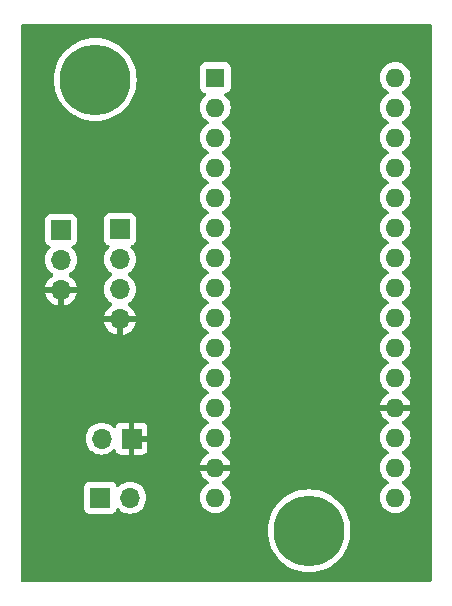
<source format=gbl>
%TF.GenerationSoftware,KiCad,Pcbnew,8.0.2*%
%TF.CreationDate,2025-03-14T14:52:26-04:00*%
%TF.ProjectId,SeniorDesignPCB,53656e69-6f72-4446-9573-69676e504342,rev?*%
%TF.SameCoordinates,Original*%
%TF.FileFunction,Copper,L2,Bot*%
%TF.FilePolarity,Positive*%
%FSLAX46Y46*%
G04 Gerber Fmt 4.6, Leading zero omitted, Abs format (unit mm)*
G04 Created by KiCad (PCBNEW 8.0.2) date 2025-03-14 14:52:26*
%MOMM*%
%LPD*%
G01*
G04 APERTURE LIST*
%TA.AperFunction,ComponentPad*%
%ADD10C,6.000000*%
%TD*%
%TA.AperFunction,ComponentPad*%
%ADD11R,1.700000X1.700000*%
%TD*%
%TA.AperFunction,ComponentPad*%
%ADD12O,1.700000X1.700000*%
%TD*%
%TA.AperFunction,ComponentPad*%
%ADD13R,1.600000X1.600000*%
%TD*%
%TA.AperFunction,ComponentPad*%
%ADD14O,1.600000X1.600000*%
%TD*%
G04 APERTURE END LIST*
D10*
%TO.P,,1*%
%TO.N,N/C*%
X67100000Y-82100000D03*
%TD*%
%TO.P,REF\u002A\u002A,1*%
%TO.N,N/C*%
X49000000Y-43900000D03*
%TD*%
D11*
%TO.P,J1,1,Pin_1*%
%TO.N,GND*%
X52075000Y-74300000D03*
D12*
%TO.P,J1,2,Pin_2*%
%TO.N,Net-(J1-Pin_2)*%
X49535000Y-74300000D03*
%TD*%
D11*
%TO.P,J2,1,Pin_1*%
%TO.N,+3.3V*%
X51100000Y-56580000D03*
D12*
%TO.P,J2,2,Pin_2*%
%TO.N,SDA*%
X51100000Y-59120000D03*
%TO.P,J2,3,Pin_3*%
%TO.N,SCL*%
X51100000Y-61660000D03*
%TO.P,J2,4,Pin_4*%
%TO.N,GND*%
X51100000Y-64200000D03*
%TD*%
D13*
%TO.P,U1,1,D13*%
%TO.N,unconnected-(U1-D13-Pad1)*%
X59160000Y-43740000D03*
D14*
%TO.P,U1,2,+3V3*%
%TO.N,+3.3V*%
X59160000Y-46280000D03*
%TO.P,U1,3,B0*%
%TO.N,unconnected-(U1-B0-Pad3)*%
X59160000Y-48820000D03*
%TO.P,U1,4,A0*%
%TO.N,unconnected-(U1-A0-Pad4)*%
X59160000Y-51360000D03*
%TO.P,U1,5,A1*%
%TO.N,unconnected-(U1-A1-Pad5)*%
X59160000Y-53900000D03*
%TO.P,U1,6,A2*%
%TO.N,unconnected-(U1-A2-Pad6)*%
X59160000Y-56440000D03*
%TO.P,U1,7,A3*%
%TO.N,unconnected-(U1-A3-Pad7)*%
X59160000Y-58980000D03*
%TO.P,U1,8,A4*%
%TO.N,SDA*%
X59160000Y-61520000D03*
%TO.P,U1,9,A5*%
%TO.N,SCL*%
X59160000Y-64060000D03*
%TO.P,U1,10,A6*%
%TO.N,Hall*%
X59160000Y-66600000D03*
%TO.P,U1,11,A7*%
%TO.N,unconnected-(U1-A7-Pad11)*%
X59160000Y-69140000D03*
%TO.P,U1,12,VUSB*%
%TO.N,unconnected-(U1-VUSB-Pad12)*%
X59160000Y-71680000D03*
%TO.P,U1,13,B1*%
%TO.N,unconnected-(U1-B1-Pad13)*%
X59160000Y-74220000D03*
%TO.P,U1,14,GND*%
%TO.N,GND*%
X59160000Y-76760000D03*
%TO.P,U1,15,VIN*%
%TO.N,+9V*%
X59160000Y-79300000D03*
%TO.P,U1,16,D1*%
%TO.N,unconnected-(U1-D1-Pad16)*%
X74400000Y-79300000D03*
%TO.P,U1,17,D0*%
%TO.N,unconnected-(U1-D0-Pad17)*%
X74400000Y-76760000D03*
%TO.P,U1,18,~{RESET}*%
%TO.N,unconnected-(U1-~{RESET}-Pad18)*%
X74400000Y-74220000D03*
%TO.P,U1,19,GND__1*%
%TO.N,GND*%
X74400000Y-71680000D03*
%TO.P,U1,20,D2*%
%TO.N,unconnected-(U1-D2-Pad20)*%
X74400000Y-69140000D03*
%TO.P,U1,21,D3*%
%TO.N,unconnected-(U1-D3-Pad21)*%
X74400000Y-66600000D03*
%TO.P,U1,22,D4*%
%TO.N,unconnected-(U1-D4-Pad22)*%
X74400000Y-64060000D03*
%TO.P,U1,23,D5*%
%TO.N,unconnected-(U1-D5-Pad23)*%
X74400000Y-61520000D03*
%TO.P,U1,24,D6*%
%TO.N,unconnected-(U1-D6-Pad24)*%
X74400000Y-58980000D03*
%TO.P,U1,25,D7*%
%TO.N,unconnected-(U1-D7-Pad25)*%
X74400000Y-56440000D03*
%TO.P,U1,26,D8*%
%TO.N,unconnected-(U1-D8-Pad26)*%
X74400000Y-53900000D03*
%TO.P,U1,27,D9*%
%TO.N,unconnected-(U1-D9-Pad27)*%
X74400000Y-51360000D03*
%TO.P,U1,28,D10*%
%TO.N,unconnected-(U1-D10-Pad28)*%
X74400000Y-48820000D03*
%TO.P,U1,29,D11*%
%TO.N,unconnected-(U1-D11-Pad29)*%
X74400000Y-46280000D03*
%TO.P,U1,30,D12*%
%TO.N,unconnected-(U1-D12-Pad30)*%
X74400000Y-43740000D03*
%TD*%
D11*
%TO.P,J4,1,Pin_1*%
%TO.N,Net-(J1-Pin_2)*%
X49425000Y-79300000D03*
D12*
%TO.P,J4,2,Pin_2*%
%TO.N,+9V*%
X51965000Y-79300000D03*
%TD*%
D11*
%TO.P,J3,1,Pin_1*%
%TO.N,+3.3V*%
X46100000Y-56620000D03*
D12*
%TO.P,J3,2,Pin_2*%
%TO.N,Hall*%
X46100000Y-59160000D03*
%TO.P,J3,3,Pin_3*%
%TO.N,GND*%
X46100000Y-61700000D03*
%TD*%
%TA.AperFunction,Conductor*%
%TO.N,GND*%
G36*
X77442539Y-39220185D02*
G01*
X77488294Y-39272989D01*
X77499500Y-39324500D01*
X77499500Y-86275500D01*
X77479815Y-86342539D01*
X77427011Y-86388294D01*
X77375500Y-86399500D01*
X42824500Y-86399500D01*
X42757461Y-86379815D01*
X42711706Y-86327011D01*
X42700500Y-86275500D01*
X42700500Y-82099999D01*
X63594696Y-82099999D01*
X63594696Y-82100000D01*
X63613898Y-82466405D01*
X63671294Y-82828788D01*
X63671294Y-82828790D01*
X63766260Y-83183206D01*
X63897746Y-83525739D01*
X64064320Y-83852656D01*
X64264147Y-84160364D01*
X64264149Y-84160366D01*
X64495051Y-84445506D01*
X64754494Y-84704949D01*
X64754498Y-84704952D01*
X65039635Y-84935852D01*
X65347343Y-85135679D01*
X65347348Y-85135682D01*
X65674264Y-85302255D01*
X66016801Y-85433742D01*
X66371206Y-85528705D01*
X66733596Y-85586102D01*
X67079734Y-85604241D01*
X67099999Y-85605304D01*
X67100000Y-85605304D01*
X67100001Y-85605304D01*
X67119203Y-85604297D01*
X67466404Y-85586102D01*
X67828794Y-85528705D01*
X68183199Y-85433742D01*
X68525736Y-85302255D01*
X68852652Y-85135682D01*
X69160366Y-84935851D01*
X69445506Y-84704949D01*
X69704949Y-84445506D01*
X69935851Y-84160366D01*
X70135682Y-83852652D01*
X70302255Y-83525736D01*
X70433742Y-83183199D01*
X70528705Y-82828794D01*
X70586102Y-82466404D01*
X70605304Y-82100000D01*
X70586102Y-81733596D01*
X70528705Y-81371206D01*
X70433742Y-81016801D01*
X70302255Y-80674264D01*
X70135682Y-80347348D01*
X70129932Y-80338493D01*
X69935852Y-80039635D01*
X69704952Y-79754498D01*
X69704949Y-79754494D01*
X69445506Y-79495051D01*
X69413010Y-79468736D01*
X69160364Y-79264147D01*
X68852656Y-79064320D01*
X68525739Y-78897746D01*
X68183206Y-78766260D01*
X68183199Y-78766258D01*
X67828794Y-78671295D01*
X67828790Y-78671294D01*
X67828789Y-78671294D01*
X67466405Y-78613898D01*
X67100001Y-78594696D01*
X67099999Y-78594696D01*
X66733594Y-78613898D01*
X66371211Y-78671294D01*
X66371209Y-78671294D01*
X66016793Y-78766260D01*
X65674260Y-78897746D01*
X65347343Y-79064320D01*
X65039635Y-79264147D01*
X64754498Y-79495047D01*
X64754490Y-79495054D01*
X64495054Y-79754490D01*
X64495047Y-79754498D01*
X64264147Y-80039635D01*
X64064320Y-80347343D01*
X63897746Y-80674260D01*
X63766260Y-81016793D01*
X63671294Y-81371209D01*
X63671294Y-81371211D01*
X63613898Y-81733594D01*
X63594696Y-82099999D01*
X42700500Y-82099999D01*
X42700500Y-78402135D01*
X48074500Y-78402135D01*
X48074500Y-80197870D01*
X48074501Y-80197876D01*
X48080908Y-80257483D01*
X48131202Y-80392328D01*
X48131206Y-80392335D01*
X48217452Y-80507544D01*
X48217455Y-80507547D01*
X48332664Y-80593793D01*
X48332671Y-80593797D01*
X48467517Y-80644091D01*
X48467516Y-80644091D01*
X48474444Y-80644835D01*
X48527127Y-80650500D01*
X50322872Y-80650499D01*
X50382483Y-80644091D01*
X50517331Y-80593796D01*
X50632546Y-80507546D01*
X50718796Y-80392331D01*
X50767810Y-80260916D01*
X50809681Y-80204984D01*
X50875145Y-80180566D01*
X50943418Y-80195417D01*
X50971673Y-80216569D01*
X51093599Y-80338495D01*
X51190384Y-80406265D01*
X51287165Y-80474032D01*
X51287167Y-80474033D01*
X51287170Y-80474035D01*
X51501337Y-80573903D01*
X51729592Y-80635063D01*
X51906034Y-80650500D01*
X51964999Y-80655659D01*
X51965000Y-80655659D01*
X51965001Y-80655659D01*
X52023966Y-80650500D01*
X52200408Y-80635063D01*
X52428663Y-80573903D01*
X52642830Y-80474035D01*
X52836401Y-80338495D01*
X53003495Y-80171401D01*
X53139035Y-79977830D01*
X53238903Y-79763663D01*
X53300063Y-79535408D01*
X53320659Y-79300000D01*
X53300063Y-79064592D01*
X53238903Y-78836337D01*
X53139035Y-78622171D01*
X53133243Y-78613898D01*
X53003494Y-78428597D01*
X52836402Y-78261506D01*
X52836395Y-78261501D01*
X52642834Y-78125967D01*
X52642830Y-78125965D01*
X52642828Y-78125964D01*
X52428663Y-78026097D01*
X52428659Y-78026096D01*
X52428655Y-78026094D01*
X52200413Y-77964938D01*
X52200403Y-77964936D01*
X51965001Y-77944341D01*
X51964999Y-77944341D01*
X51729596Y-77964936D01*
X51729586Y-77964938D01*
X51501344Y-78026094D01*
X51501335Y-78026098D01*
X51287171Y-78125964D01*
X51287169Y-78125965D01*
X51093600Y-78261503D01*
X50971673Y-78383430D01*
X50910350Y-78416914D01*
X50840658Y-78411930D01*
X50784725Y-78370058D01*
X50767810Y-78339081D01*
X50718797Y-78207671D01*
X50718793Y-78207664D01*
X50632547Y-78092455D01*
X50632544Y-78092452D01*
X50517335Y-78006206D01*
X50517328Y-78006202D01*
X50382482Y-77955908D01*
X50382483Y-77955908D01*
X50322883Y-77949501D01*
X50322881Y-77949500D01*
X50322873Y-77949500D01*
X50322864Y-77949500D01*
X48527129Y-77949500D01*
X48527123Y-77949501D01*
X48467516Y-77955908D01*
X48332671Y-78006202D01*
X48332664Y-78006206D01*
X48217455Y-78092452D01*
X48217452Y-78092455D01*
X48131206Y-78207664D01*
X48131202Y-78207671D01*
X48080908Y-78342517D01*
X48074501Y-78402116D01*
X48074500Y-78402135D01*
X42700500Y-78402135D01*
X42700500Y-74299999D01*
X48179341Y-74299999D01*
X48179341Y-74300000D01*
X48199936Y-74535403D01*
X48199938Y-74535413D01*
X48261094Y-74763655D01*
X48261096Y-74763659D01*
X48261097Y-74763663D01*
X48311957Y-74872732D01*
X48360965Y-74977830D01*
X48360967Y-74977834D01*
X48469281Y-75132521D01*
X48496505Y-75171401D01*
X48663599Y-75338495D01*
X48719864Y-75377892D01*
X48857165Y-75474032D01*
X48857167Y-75474033D01*
X48857170Y-75474035D01*
X49071337Y-75573903D01*
X49299592Y-75635063D01*
X49470319Y-75650000D01*
X49534999Y-75655659D01*
X49535000Y-75655659D01*
X49535001Y-75655659D01*
X49599681Y-75650000D01*
X49770408Y-75635063D01*
X49998663Y-75573903D01*
X50212830Y-75474035D01*
X50406401Y-75338495D01*
X50528717Y-75216178D01*
X50590036Y-75182696D01*
X50659728Y-75187680D01*
X50715662Y-75229551D01*
X50732577Y-75260528D01*
X50781646Y-75392088D01*
X50781649Y-75392093D01*
X50867809Y-75507187D01*
X50867812Y-75507190D01*
X50982906Y-75593350D01*
X50982913Y-75593354D01*
X51117620Y-75643596D01*
X51117627Y-75643598D01*
X51177155Y-75649999D01*
X51177172Y-75650000D01*
X51825000Y-75650000D01*
X51825000Y-74733012D01*
X51882007Y-74765925D01*
X52009174Y-74800000D01*
X52140826Y-74800000D01*
X52267993Y-74765925D01*
X52325000Y-74733012D01*
X52325000Y-75650000D01*
X52972828Y-75650000D01*
X52972844Y-75649999D01*
X53032372Y-75643598D01*
X53032379Y-75643596D01*
X53167086Y-75593354D01*
X53167093Y-75593350D01*
X53282187Y-75507190D01*
X53282190Y-75507187D01*
X53368350Y-75392093D01*
X53368354Y-75392086D01*
X53418596Y-75257379D01*
X53418598Y-75257372D01*
X53424999Y-75197844D01*
X53425000Y-75197827D01*
X53425000Y-74550000D01*
X52508012Y-74550000D01*
X52540925Y-74492993D01*
X52575000Y-74365826D01*
X52575000Y-74234174D01*
X52540925Y-74107007D01*
X52508012Y-74050000D01*
X53425000Y-74050000D01*
X53425000Y-73402172D01*
X53424999Y-73402155D01*
X53418598Y-73342627D01*
X53418596Y-73342620D01*
X53368354Y-73207913D01*
X53368350Y-73207906D01*
X53282190Y-73092812D01*
X53282187Y-73092809D01*
X53167093Y-73006649D01*
X53167086Y-73006645D01*
X53032379Y-72956403D01*
X53032372Y-72956401D01*
X52972844Y-72950000D01*
X52325000Y-72950000D01*
X52325000Y-73866988D01*
X52267993Y-73834075D01*
X52140826Y-73800000D01*
X52009174Y-73800000D01*
X51882007Y-73834075D01*
X51825000Y-73866988D01*
X51825000Y-72950000D01*
X51177155Y-72950000D01*
X51117627Y-72956401D01*
X51117620Y-72956403D01*
X50982913Y-73006645D01*
X50982906Y-73006649D01*
X50867812Y-73092809D01*
X50867809Y-73092812D01*
X50781649Y-73207906D01*
X50781645Y-73207913D01*
X50732578Y-73339470D01*
X50690707Y-73395404D01*
X50625242Y-73419821D01*
X50556969Y-73404969D01*
X50528715Y-73383819D01*
X50484366Y-73339470D01*
X50406401Y-73261505D01*
X50406397Y-73261502D01*
X50406396Y-73261501D01*
X50212834Y-73125967D01*
X50212830Y-73125965D01*
X50134485Y-73089432D01*
X49998663Y-73026097D01*
X49998659Y-73026096D01*
X49998655Y-73026094D01*
X49770413Y-72964938D01*
X49770403Y-72964936D01*
X49535001Y-72944341D01*
X49534999Y-72944341D01*
X49299596Y-72964936D01*
X49299586Y-72964938D01*
X49071344Y-73026094D01*
X49071335Y-73026098D01*
X48857171Y-73125964D01*
X48857169Y-73125965D01*
X48663597Y-73261505D01*
X48496505Y-73428597D01*
X48360965Y-73622169D01*
X48360964Y-73622171D01*
X48261098Y-73836335D01*
X48261094Y-73836344D01*
X48199938Y-74064586D01*
X48199936Y-74064596D01*
X48179341Y-74299999D01*
X42700500Y-74299999D01*
X42700500Y-59159999D01*
X44744341Y-59159999D01*
X44744341Y-59160000D01*
X44764936Y-59395403D01*
X44764938Y-59395413D01*
X44826094Y-59623655D01*
X44826096Y-59623659D01*
X44826097Y-59623663D01*
X44830326Y-59632732D01*
X44925965Y-59837830D01*
X44925967Y-59837834D01*
X45061501Y-60031395D01*
X45061506Y-60031402D01*
X45228597Y-60198493D01*
X45228603Y-60198498D01*
X45300752Y-60249017D01*
X45396713Y-60316210D01*
X45414594Y-60328730D01*
X45458219Y-60383307D01*
X45465413Y-60452805D01*
X45433890Y-60515160D01*
X45414595Y-60531880D01*
X45228922Y-60661890D01*
X45228920Y-60661891D01*
X45061891Y-60828920D01*
X45061886Y-60828926D01*
X44926400Y-61022420D01*
X44926399Y-61022422D01*
X44826570Y-61236507D01*
X44826567Y-61236513D01*
X44769364Y-61449999D01*
X44769364Y-61450000D01*
X45666988Y-61450000D01*
X45634075Y-61507007D01*
X45600000Y-61634174D01*
X45600000Y-61765826D01*
X45634075Y-61892993D01*
X45666988Y-61950000D01*
X44769364Y-61950000D01*
X44826567Y-62163486D01*
X44826570Y-62163492D01*
X44926399Y-62377578D01*
X45061894Y-62571082D01*
X45228917Y-62738105D01*
X45422421Y-62873600D01*
X45636507Y-62973429D01*
X45636516Y-62973433D01*
X45850000Y-63030634D01*
X45850000Y-62133012D01*
X45907007Y-62165925D01*
X46034174Y-62200000D01*
X46165826Y-62200000D01*
X46292993Y-62165925D01*
X46350000Y-62133012D01*
X46350000Y-63030633D01*
X46563483Y-62973433D01*
X46563492Y-62973429D01*
X46777578Y-62873600D01*
X46971082Y-62738105D01*
X47138105Y-62571082D01*
X47273600Y-62377578D01*
X47373429Y-62163492D01*
X47373432Y-62163486D01*
X47430636Y-61950000D01*
X46533012Y-61950000D01*
X46565925Y-61892993D01*
X46600000Y-61765826D01*
X46600000Y-61634174D01*
X46565925Y-61507007D01*
X46533012Y-61450000D01*
X47430636Y-61450000D01*
X47430635Y-61449999D01*
X47373432Y-61236513D01*
X47373429Y-61236507D01*
X47273600Y-61022422D01*
X47273599Y-61022420D01*
X47138113Y-60828926D01*
X47138108Y-60828920D01*
X46971078Y-60661890D01*
X46785405Y-60531879D01*
X46741780Y-60477302D01*
X46734588Y-60407804D01*
X46766110Y-60345449D01*
X46785406Y-60328730D01*
X46800923Y-60317865D01*
X46971401Y-60198495D01*
X47138495Y-60031401D01*
X47274035Y-59837830D01*
X47373903Y-59623663D01*
X47435063Y-59395408D01*
X47455659Y-59160000D01*
X47452159Y-59119999D01*
X49744341Y-59119999D01*
X49744341Y-59120000D01*
X49764936Y-59355403D01*
X49764938Y-59355413D01*
X49826094Y-59583655D01*
X49826096Y-59583659D01*
X49826097Y-59583663D01*
X49925965Y-59797830D01*
X49925967Y-59797834D01*
X49953973Y-59837830D01*
X50053553Y-59980045D01*
X50061501Y-59991395D01*
X50061506Y-59991402D01*
X50228597Y-60158493D01*
X50228603Y-60158498D01*
X50414158Y-60288425D01*
X50457783Y-60343002D01*
X50464977Y-60412500D01*
X50433454Y-60474855D01*
X50414158Y-60491575D01*
X50228597Y-60621505D01*
X50061505Y-60788597D01*
X49925965Y-60982169D01*
X49925964Y-60982171D01*
X49826098Y-61196335D01*
X49826094Y-61196344D01*
X49764938Y-61424586D01*
X49764936Y-61424596D01*
X49744341Y-61659999D01*
X49744341Y-61660000D01*
X49764936Y-61895403D01*
X49764938Y-61895413D01*
X49826094Y-62123655D01*
X49826096Y-62123659D01*
X49826097Y-62123663D01*
X49861694Y-62200000D01*
X49925965Y-62337830D01*
X49925967Y-62337834D01*
X50034281Y-62492521D01*
X50053553Y-62520045D01*
X50061501Y-62531395D01*
X50061506Y-62531402D01*
X50228597Y-62698493D01*
X50228603Y-62698498D01*
X50414594Y-62828730D01*
X50458219Y-62883307D01*
X50465413Y-62952805D01*
X50433890Y-63015160D01*
X50414595Y-63031880D01*
X50228922Y-63161890D01*
X50228920Y-63161891D01*
X50061891Y-63328920D01*
X50061886Y-63328926D01*
X49926400Y-63522420D01*
X49926399Y-63522422D01*
X49826570Y-63736507D01*
X49826567Y-63736513D01*
X49769364Y-63949999D01*
X49769364Y-63950000D01*
X50666988Y-63950000D01*
X50634075Y-64007007D01*
X50600000Y-64134174D01*
X50600000Y-64265826D01*
X50634075Y-64392993D01*
X50666988Y-64450000D01*
X49769364Y-64450000D01*
X49826567Y-64663486D01*
X49826570Y-64663492D01*
X49926399Y-64877578D01*
X50061894Y-65071082D01*
X50228917Y-65238105D01*
X50422421Y-65373600D01*
X50636507Y-65473429D01*
X50636516Y-65473433D01*
X50850000Y-65530634D01*
X50850000Y-64633012D01*
X50907007Y-64665925D01*
X51034174Y-64700000D01*
X51165826Y-64700000D01*
X51292993Y-64665925D01*
X51350000Y-64633012D01*
X51350000Y-65530633D01*
X51563483Y-65473433D01*
X51563492Y-65473429D01*
X51777578Y-65373600D01*
X51971082Y-65238105D01*
X52138105Y-65071082D01*
X52273600Y-64877578D01*
X52373429Y-64663492D01*
X52373432Y-64663486D01*
X52430636Y-64450000D01*
X51533012Y-64450000D01*
X51565925Y-64392993D01*
X51600000Y-64265826D01*
X51600000Y-64134174D01*
X51565925Y-64007007D01*
X51533012Y-63950000D01*
X52430636Y-63950000D01*
X52430635Y-63949999D01*
X52373432Y-63736513D01*
X52373429Y-63736507D01*
X52273600Y-63522422D01*
X52273599Y-63522420D01*
X52138113Y-63328926D01*
X52138108Y-63328920D01*
X51971078Y-63161890D01*
X51785405Y-63031879D01*
X51741780Y-62977302D01*
X51734588Y-62907804D01*
X51766110Y-62845449D01*
X51785406Y-62828730D01*
X51914832Y-62738105D01*
X51971401Y-62698495D01*
X52138495Y-62531401D01*
X52274035Y-62337830D01*
X52373903Y-62123663D01*
X52435063Y-61895408D01*
X52455659Y-61660000D01*
X52453399Y-61634174D01*
X52443410Y-61519998D01*
X52435063Y-61424592D01*
X52384015Y-61234075D01*
X52373905Y-61196344D01*
X52373904Y-61196343D01*
X52373903Y-61196337D01*
X52274035Y-60982171D01*
X52193578Y-60867265D01*
X52138494Y-60788597D01*
X51971402Y-60621506D01*
X51971396Y-60621501D01*
X51785842Y-60491575D01*
X51742217Y-60436998D01*
X51735023Y-60367500D01*
X51766546Y-60305145D01*
X51785842Y-60288425D01*
X51902501Y-60206739D01*
X51971401Y-60158495D01*
X52138495Y-59991401D01*
X52274035Y-59797830D01*
X52373903Y-59583663D01*
X52435063Y-59355408D01*
X52455659Y-59120000D01*
X52435063Y-58884592D01*
X52373903Y-58656337D01*
X52274035Y-58442171D01*
X52193577Y-58327265D01*
X52138496Y-58248600D01*
X52138495Y-58248599D01*
X52016567Y-58126671D01*
X51983084Y-58065351D01*
X51988068Y-57995659D01*
X52029939Y-57939725D01*
X52060915Y-57922810D01*
X52192331Y-57873796D01*
X52307546Y-57787546D01*
X52393796Y-57672331D01*
X52444091Y-57537483D01*
X52450500Y-57477873D01*
X52450499Y-55682128D01*
X52444091Y-55622517D01*
X52393796Y-55487669D01*
X52393795Y-55487668D01*
X52393793Y-55487664D01*
X52307547Y-55372455D01*
X52307544Y-55372452D01*
X52192335Y-55286206D01*
X52192328Y-55286202D01*
X52057482Y-55235908D01*
X52057483Y-55235908D01*
X51997883Y-55229501D01*
X51997881Y-55229500D01*
X51997873Y-55229500D01*
X51997864Y-55229500D01*
X50202129Y-55229500D01*
X50202123Y-55229501D01*
X50142516Y-55235908D01*
X50007671Y-55286202D01*
X50007664Y-55286206D01*
X49892455Y-55372452D01*
X49892452Y-55372455D01*
X49806206Y-55487664D01*
X49806202Y-55487671D01*
X49755908Y-55622517D01*
X49751608Y-55662516D01*
X49749501Y-55682123D01*
X49749500Y-55682135D01*
X49749500Y-57477870D01*
X49749501Y-57477876D01*
X49755908Y-57537483D01*
X49806202Y-57672328D01*
X49806206Y-57672335D01*
X49892452Y-57787544D01*
X49892455Y-57787547D01*
X50007664Y-57873793D01*
X50007671Y-57873797D01*
X50139081Y-57922810D01*
X50195015Y-57964681D01*
X50219432Y-58030145D01*
X50204580Y-58098418D01*
X50183430Y-58126673D01*
X50061503Y-58248600D01*
X49925965Y-58442169D01*
X49925964Y-58442171D01*
X49826098Y-58656335D01*
X49826094Y-58656344D01*
X49764938Y-58884586D01*
X49764936Y-58884596D01*
X49744341Y-59119999D01*
X47452159Y-59119999D01*
X47435063Y-58924592D01*
X47373903Y-58696337D01*
X47274035Y-58482171D01*
X47246025Y-58442169D01*
X47138496Y-58288600D01*
X47098495Y-58248599D01*
X47016567Y-58166671D01*
X46983084Y-58105351D01*
X46988068Y-58035659D01*
X47029939Y-57979725D01*
X47060915Y-57962810D01*
X47192331Y-57913796D01*
X47307546Y-57827546D01*
X47393796Y-57712331D01*
X47444091Y-57577483D01*
X47450500Y-57517873D01*
X47450499Y-55722128D01*
X47444091Y-55662517D01*
X47393796Y-55527669D01*
X47393795Y-55527668D01*
X47393793Y-55527664D01*
X47307547Y-55412455D01*
X47307544Y-55412452D01*
X47192335Y-55326206D01*
X47192328Y-55326202D01*
X47057482Y-55275908D01*
X47057483Y-55275908D01*
X46997883Y-55269501D01*
X46997881Y-55269500D01*
X46997873Y-55269500D01*
X46997864Y-55269500D01*
X45202129Y-55269500D01*
X45202123Y-55269501D01*
X45142516Y-55275908D01*
X45007671Y-55326202D01*
X45007664Y-55326206D01*
X44892455Y-55412452D01*
X44892452Y-55412455D01*
X44806206Y-55527664D01*
X44806202Y-55527671D01*
X44755908Y-55662517D01*
X44749501Y-55722116D01*
X44749501Y-55722123D01*
X44749500Y-55722135D01*
X44749500Y-57517870D01*
X44749501Y-57517876D01*
X44755908Y-57577483D01*
X44806202Y-57712328D01*
X44806206Y-57712335D01*
X44892452Y-57827544D01*
X44892455Y-57827547D01*
X45007664Y-57913793D01*
X45007671Y-57913797D01*
X45139081Y-57962810D01*
X45195015Y-58004681D01*
X45219432Y-58070145D01*
X45204580Y-58138418D01*
X45183430Y-58166673D01*
X45061503Y-58288600D01*
X44925965Y-58482169D01*
X44925964Y-58482171D01*
X44826098Y-58696335D01*
X44826094Y-58696344D01*
X44764938Y-58924586D01*
X44764936Y-58924596D01*
X44744341Y-59159999D01*
X42700500Y-59159999D01*
X42700500Y-43900000D01*
X45494696Y-43900000D01*
X45513898Y-44266404D01*
X45571295Y-44628794D01*
X45636078Y-44870568D01*
X45666260Y-44983206D01*
X45797746Y-45325739D01*
X45964320Y-45652656D01*
X46164147Y-45960364D01*
X46164149Y-45960366D01*
X46395051Y-46245506D01*
X46654494Y-46504949D01*
X46656653Y-46506697D01*
X46939635Y-46735852D01*
X47242805Y-46932732D01*
X47247348Y-46935682D01*
X47574264Y-47102255D01*
X47916801Y-47233742D01*
X48271206Y-47328705D01*
X48633596Y-47386102D01*
X48979734Y-47404241D01*
X48999999Y-47405304D01*
X49000000Y-47405304D01*
X49000001Y-47405304D01*
X49019203Y-47404297D01*
X49366404Y-47386102D01*
X49728794Y-47328705D01*
X50083199Y-47233742D01*
X50425736Y-47102255D01*
X50752652Y-46935682D01*
X51060366Y-46735851D01*
X51345506Y-46504949D01*
X51570457Y-46279998D01*
X57854532Y-46279998D01*
X57854532Y-46280001D01*
X57874364Y-46506686D01*
X57874366Y-46506697D01*
X57933258Y-46726488D01*
X57933261Y-46726497D01*
X58029431Y-46932732D01*
X58029432Y-46932734D01*
X58159954Y-47119141D01*
X58320858Y-47280045D01*
X58320861Y-47280047D01*
X58507266Y-47410568D01*
X58565275Y-47437618D01*
X58617714Y-47483791D01*
X58636866Y-47550984D01*
X58616650Y-47617865D01*
X58565275Y-47662382D01*
X58507267Y-47689431D01*
X58507265Y-47689432D01*
X58320858Y-47819954D01*
X58159954Y-47980858D01*
X58029432Y-48167265D01*
X58029431Y-48167267D01*
X57933261Y-48373502D01*
X57933258Y-48373511D01*
X57874366Y-48593302D01*
X57874364Y-48593313D01*
X57854532Y-48819998D01*
X57854532Y-48820001D01*
X57874364Y-49046686D01*
X57874366Y-49046697D01*
X57933258Y-49266488D01*
X57933261Y-49266497D01*
X58029431Y-49472732D01*
X58029432Y-49472734D01*
X58159954Y-49659141D01*
X58320858Y-49820045D01*
X58320861Y-49820047D01*
X58507266Y-49950568D01*
X58565275Y-49977618D01*
X58617714Y-50023791D01*
X58636866Y-50090984D01*
X58616650Y-50157865D01*
X58565275Y-50202382D01*
X58507267Y-50229431D01*
X58507265Y-50229432D01*
X58320858Y-50359954D01*
X58159954Y-50520858D01*
X58029432Y-50707265D01*
X58029431Y-50707267D01*
X57933261Y-50913502D01*
X57933258Y-50913511D01*
X57874366Y-51133302D01*
X57874364Y-51133313D01*
X57854532Y-51359998D01*
X57854532Y-51360001D01*
X57874364Y-51586686D01*
X57874366Y-51586697D01*
X57933258Y-51806488D01*
X57933261Y-51806497D01*
X58029431Y-52012732D01*
X58029432Y-52012734D01*
X58159954Y-52199141D01*
X58320858Y-52360045D01*
X58320861Y-52360047D01*
X58507266Y-52490568D01*
X58565275Y-52517618D01*
X58617714Y-52563791D01*
X58636866Y-52630984D01*
X58616650Y-52697865D01*
X58565275Y-52742382D01*
X58507267Y-52769431D01*
X58507265Y-52769432D01*
X58320858Y-52899954D01*
X58159954Y-53060858D01*
X58029432Y-53247265D01*
X58029431Y-53247267D01*
X57933261Y-53453502D01*
X57933258Y-53453511D01*
X57874366Y-53673302D01*
X57874364Y-53673313D01*
X57854532Y-53899998D01*
X57854532Y-53900001D01*
X57874364Y-54126686D01*
X57874366Y-54126697D01*
X57933258Y-54346488D01*
X57933261Y-54346497D01*
X58029431Y-54552732D01*
X58029432Y-54552734D01*
X58159954Y-54739141D01*
X58320858Y-54900045D01*
X58320861Y-54900047D01*
X58507266Y-55030568D01*
X58565275Y-55057618D01*
X58617714Y-55103791D01*
X58636866Y-55170984D01*
X58616650Y-55237865D01*
X58565275Y-55282381D01*
X58557074Y-55286206D01*
X58507267Y-55309431D01*
X58507265Y-55309432D01*
X58320858Y-55439954D01*
X58159954Y-55600858D01*
X58029432Y-55787265D01*
X58029431Y-55787267D01*
X57933261Y-55993502D01*
X57933258Y-55993511D01*
X57874366Y-56213302D01*
X57874364Y-56213313D01*
X57854532Y-56439998D01*
X57854532Y-56440001D01*
X57874364Y-56666686D01*
X57874366Y-56666697D01*
X57933258Y-56886488D01*
X57933261Y-56886497D01*
X58029431Y-57092732D01*
X58029432Y-57092734D01*
X58159954Y-57279141D01*
X58320858Y-57440045D01*
X58320861Y-57440047D01*
X58507266Y-57570568D01*
X58565275Y-57597618D01*
X58617714Y-57643791D01*
X58636866Y-57710984D01*
X58616650Y-57777865D01*
X58565275Y-57822381D01*
X58554198Y-57827547D01*
X58507267Y-57849431D01*
X58507265Y-57849432D01*
X58320858Y-57979954D01*
X58159954Y-58140858D01*
X58029432Y-58327265D01*
X58029431Y-58327267D01*
X57933261Y-58533502D01*
X57933258Y-58533511D01*
X57874366Y-58753302D01*
X57874364Y-58753313D01*
X57854532Y-58979998D01*
X57854532Y-58980001D01*
X57874364Y-59206686D01*
X57874366Y-59206697D01*
X57933258Y-59426488D01*
X57933261Y-59426497D01*
X58029431Y-59632732D01*
X58029432Y-59632734D01*
X58159954Y-59819141D01*
X58320858Y-59980045D01*
X58320861Y-59980047D01*
X58507266Y-60110568D01*
X58565275Y-60137618D01*
X58617714Y-60183791D01*
X58636866Y-60250984D01*
X58616650Y-60317865D01*
X58565275Y-60362382D01*
X58507267Y-60389431D01*
X58507265Y-60389432D01*
X58320858Y-60519954D01*
X58159954Y-60680858D01*
X58029432Y-60867265D01*
X58029431Y-60867267D01*
X57933261Y-61073502D01*
X57933258Y-61073511D01*
X57874366Y-61293302D01*
X57874364Y-61293313D01*
X57854532Y-61519998D01*
X57854532Y-61520001D01*
X57874364Y-61746686D01*
X57874366Y-61746697D01*
X57933258Y-61966488D01*
X57933261Y-61966497D01*
X58029431Y-62172732D01*
X58029432Y-62172734D01*
X58159954Y-62359141D01*
X58320858Y-62520045D01*
X58320861Y-62520047D01*
X58507266Y-62650568D01*
X58565275Y-62677618D01*
X58617714Y-62723791D01*
X58636866Y-62790984D01*
X58616650Y-62857865D01*
X58565275Y-62902382D01*
X58507267Y-62929431D01*
X58507265Y-62929432D01*
X58320858Y-63059954D01*
X58159954Y-63220858D01*
X58029432Y-63407265D01*
X58029431Y-63407267D01*
X57933261Y-63613502D01*
X57933258Y-63613511D01*
X57874366Y-63833302D01*
X57874364Y-63833313D01*
X57854532Y-64059998D01*
X57854532Y-64060001D01*
X57874364Y-64286686D01*
X57874366Y-64286697D01*
X57933258Y-64506488D01*
X57933261Y-64506497D01*
X58029431Y-64712732D01*
X58029432Y-64712734D01*
X58159954Y-64899141D01*
X58320858Y-65060045D01*
X58320861Y-65060047D01*
X58507266Y-65190568D01*
X58565275Y-65217618D01*
X58617714Y-65263791D01*
X58636866Y-65330984D01*
X58616650Y-65397865D01*
X58565275Y-65442382D01*
X58507267Y-65469431D01*
X58507265Y-65469432D01*
X58320858Y-65599954D01*
X58159954Y-65760858D01*
X58029432Y-65947265D01*
X58029431Y-65947267D01*
X57933261Y-66153502D01*
X57933258Y-66153511D01*
X57874366Y-66373302D01*
X57874364Y-66373313D01*
X57854532Y-66599998D01*
X57854532Y-66600001D01*
X57874364Y-66826686D01*
X57874366Y-66826697D01*
X57933258Y-67046488D01*
X57933261Y-67046497D01*
X58029431Y-67252732D01*
X58029432Y-67252734D01*
X58159954Y-67439141D01*
X58320858Y-67600045D01*
X58320861Y-67600047D01*
X58507266Y-67730568D01*
X58565275Y-67757618D01*
X58617714Y-67803791D01*
X58636866Y-67870984D01*
X58616650Y-67937865D01*
X58565275Y-67982382D01*
X58507267Y-68009431D01*
X58507265Y-68009432D01*
X58320858Y-68139954D01*
X58159954Y-68300858D01*
X58029432Y-68487265D01*
X58029431Y-68487267D01*
X57933261Y-68693502D01*
X57933258Y-68693511D01*
X57874366Y-68913302D01*
X57874364Y-68913313D01*
X57854532Y-69139998D01*
X57854532Y-69140001D01*
X57874364Y-69366686D01*
X57874366Y-69366697D01*
X57933258Y-69586488D01*
X57933261Y-69586497D01*
X58029431Y-69792732D01*
X58029432Y-69792734D01*
X58159954Y-69979141D01*
X58320858Y-70140045D01*
X58320861Y-70140047D01*
X58507266Y-70270568D01*
X58565275Y-70297618D01*
X58617714Y-70343791D01*
X58636866Y-70410984D01*
X58616650Y-70477865D01*
X58565275Y-70522382D01*
X58507267Y-70549431D01*
X58507265Y-70549432D01*
X58320858Y-70679954D01*
X58159954Y-70840858D01*
X58029432Y-71027265D01*
X58029431Y-71027267D01*
X57933261Y-71233502D01*
X57933258Y-71233511D01*
X57874366Y-71453302D01*
X57874364Y-71453313D01*
X57854532Y-71679998D01*
X57854532Y-71680001D01*
X57874364Y-71906686D01*
X57874366Y-71906697D01*
X57933258Y-72126488D01*
X57933261Y-72126497D01*
X58029431Y-72332732D01*
X58029432Y-72332734D01*
X58159954Y-72519141D01*
X58320858Y-72680045D01*
X58320861Y-72680047D01*
X58507266Y-72810568D01*
X58564681Y-72837341D01*
X58565275Y-72837618D01*
X58617714Y-72883791D01*
X58636866Y-72950984D01*
X58616650Y-73017865D01*
X58565275Y-73062382D01*
X58507267Y-73089431D01*
X58507265Y-73089432D01*
X58320858Y-73219954D01*
X58159954Y-73380858D01*
X58029432Y-73567265D01*
X58029431Y-73567267D01*
X57933261Y-73773502D01*
X57933258Y-73773511D01*
X57874366Y-73993302D01*
X57874364Y-73993313D01*
X57854532Y-74219998D01*
X57854532Y-74220001D01*
X57874364Y-74446686D01*
X57874366Y-74446697D01*
X57933258Y-74666488D01*
X57933261Y-74666497D01*
X58029431Y-74872732D01*
X58029432Y-74872734D01*
X58159954Y-75059141D01*
X58320858Y-75220045D01*
X58320861Y-75220047D01*
X58507266Y-75350568D01*
X58565865Y-75377893D01*
X58618305Y-75424065D01*
X58637457Y-75491258D01*
X58617242Y-75558139D01*
X58565867Y-75602657D01*
X58507515Y-75629867D01*
X58321179Y-75760342D01*
X58160342Y-75921179D01*
X58029865Y-76107517D01*
X57933734Y-76313673D01*
X57933730Y-76313682D01*
X57881127Y-76509999D01*
X57881128Y-76510000D01*
X58726988Y-76510000D01*
X58694075Y-76567007D01*
X58660000Y-76694174D01*
X58660000Y-76825826D01*
X58694075Y-76952993D01*
X58726988Y-77010000D01*
X57881128Y-77010000D01*
X57933730Y-77206317D01*
X57933734Y-77206326D01*
X58029865Y-77412482D01*
X58160342Y-77598820D01*
X58321179Y-77759657D01*
X58507518Y-77890134D01*
X58507520Y-77890135D01*
X58565865Y-77917342D01*
X58618305Y-77963514D01*
X58637457Y-78030707D01*
X58617242Y-78097589D01*
X58565867Y-78142105D01*
X58507268Y-78169431D01*
X58507264Y-78169433D01*
X58320858Y-78299954D01*
X58159954Y-78460858D01*
X58029432Y-78647265D01*
X58029431Y-78647267D01*
X57933261Y-78853502D01*
X57933258Y-78853511D01*
X57874366Y-79073302D01*
X57874364Y-79073313D01*
X57854532Y-79299998D01*
X57854532Y-79300001D01*
X57874364Y-79526686D01*
X57874366Y-79526697D01*
X57933258Y-79746488D01*
X57933261Y-79746497D01*
X58029431Y-79952732D01*
X58029432Y-79952734D01*
X58159954Y-80139141D01*
X58320858Y-80300045D01*
X58320861Y-80300047D01*
X58507266Y-80430568D01*
X58713504Y-80526739D01*
X58933308Y-80585635D01*
X59095230Y-80599801D01*
X59159998Y-80605468D01*
X59160000Y-80605468D01*
X59160002Y-80605468D01*
X59216673Y-80600509D01*
X59386692Y-80585635D01*
X59606496Y-80526739D01*
X59812734Y-80430568D01*
X59999139Y-80300047D01*
X60160047Y-80139139D01*
X60290568Y-79952734D01*
X60386739Y-79746496D01*
X60445635Y-79526692D01*
X60465468Y-79300000D01*
X60462331Y-79264149D01*
X60445635Y-79073313D01*
X60445635Y-79073308D01*
X60386739Y-78853504D01*
X60290568Y-78647266D01*
X60160047Y-78460861D01*
X60160045Y-78460858D01*
X59999141Y-78299954D01*
X59812734Y-78169432D01*
X59812732Y-78169431D01*
X59754725Y-78142382D01*
X59754132Y-78142105D01*
X59701694Y-78095934D01*
X59682542Y-78028740D01*
X59702758Y-77961859D01*
X59754134Y-77917341D01*
X59812484Y-77890132D01*
X59998820Y-77759657D01*
X60159657Y-77598820D01*
X60290134Y-77412482D01*
X60386265Y-77206326D01*
X60386269Y-77206317D01*
X60438872Y-77010000D01*
X59593012Y-77010000D01*
X59625925Y-76952993D01*
X59660000Y-76825826D01*
X59660000Y-76694174D01*
X59625925Y-76567007D01*
X59593012Y-76510000D01*
X60438872Y-76510000D01*
X60438872Y-76509999D01*
X60386269Y-76313682D01*
X60386265Y-76313673D01*
X60290134Y-76107517D01*
X60159657Y-75921179D01*
X59998820Y-75760342D01*
X59812482Y-75629865D01*
X59754133Y-75602657D01*
X59701694Y-75556484D01*
X59682542Y-75489291D01*
X59702758Y-75422410D01*
X59754129Y-75377895D01*
X59812734Y-75350568D01*
X59999139Y-75220047D01*
X60160047Y-75059139D01*
X60290568Y-74872734D01*
X60386739Y-74666496D01*
X60445635Y-74446692D01*
X60465468Y-74220000D01*
X60445635Y-73993308D01*
X60386739Y-73773504D01*
X60290568Y-73567266D01*
X60160047Y-73380861D01*
X60160045Y-73380858D01*
X59999141Y-73219954D01*
X59812734Y-73089432D01*
X59812728Y-73089429D01*
X59754725Y-73062382D01*
X59702285Y-73016210D01*
X59683133Y-72949017D01*
X59703348Y-72882135D01*
X59754725Y-72837618D01*
X59755319Y-72837341D01*
X59812734Y-72810568D01*
X59999139Y-72680047D01*
X60160047Y-72519139D01*
X60290568Y-72332734D01*
X60386739Y-72126496D01*
X60445635Y-71906692D01*
X60465468Y-71680000D01*
X60445635Y-71453308D01*
X60386739Y-71233504D01*
X60290568Y-71027266D01*
X60160047Y-70840861D01*
X60160045Y-70840858D01*
X59999141Y-70679954D01*
X59812734Y-70549432D01*
X59812728Y-70549429D01*
X59754725Y-70522382D01*
X59702285Y-70476210D01*
X59683133Y-70409017D01*
X59703348Y-70342135D01*
X59754725Y-70297618D01*
X59812734Y-70270568D01*
X59999139Y-70140047D01*
X60160047Y-69979139D01*
X60290568Y-69792734D01*
X60386739Y-69586496D01*
X60445635Y-69366692D01*
X60465468Y-69140000D01*
X60445635Y-68913308D01*
X60386739Y-68693504D01*
X60290568Y-68487266D01*
X60160047Y-68300861D01*
X60160045Y-68300858D01*
X59999141Y-68139954D01*
X59812734Y-68009432D01*
X59812728Y-68009429D01*
X59754725Y-67982382D01*
X59702285Y-67936210D01*
X59683133Y-67869017D01*
X59703348Y-67802135D01*
X59754725Y-67757618D01*
X59812734Y-67730568D01*
X59999139Y-67600047D01*
X60160047Y-67439139D01*
X60290568Y-67252734D01*
X60386739Y-67046496D01*
X60445635Y-66826692D01*
X60465468Y-66600000D01*
X60445635Y-66373308D01*
X60386739Y-66153504D01*
X60290568Y-65947266D01*
X60160047Y-65760861D01*
X60160045Y-65760858D01*
X59999141Y-65599954D01*
X59812734Y-65469432D01*
X59812728Y-65469429D01*
X59754725Y-65442382D01*
X59702285Y-65396210D01*
X59683133Y-65329017D01*
X59703348Y-65262135D01*
X59754725Y-65217618D01*
X59812734Y-65190568D01*
X59999139Y-65060047D01*
X60160047Y-64899139D01*
X60290568Y-64712734D01*
X60386739Y-64506496D01*
X60445635Y-64286692D01*
X60465468Y-64060000D01*
X60445635Y-63833308D01*
X60386739Y-63613504D01*
X60290568Y-63407266D01*
X60160047Y-63220861D01*
X60160045Y-63220858D01*
X59999141Y-63059954D01*
X59812734Y-62929432D01*
X59812728Y-62929429D01*
X59754725Y-62902382D01*
X59702285Y-62856210D01*
X59683133Y-62789017D01*
X59703348Y-62722135D01*
X59754725Y-62677618D01*
X59812734Y-62650568D01*
X59999139Y-62520047D01*
X60160047Y-62359139D01*
X60290568Y-62172734D01*
X60386739Y-61966496D01*
X60445635Y-61746692D01*
X60465468Y-61520000D01*
X60445635Y-61293308D01*
X60386739Y-61073504D01*
X60290568Y-60867266D01*
X60160047Y-60680861D01*
X60160045Y-60680858D01*
X59999141Y-60519954D01*
X59812734Y-60389432D01*
X59812728Y-60389429D01*
X59754725Y-60362382D01*
X59702285Y-60316210D01*
X59683133Y-60249017D01*
X59703348Y-60182135D01*
X59754725Y-60137618D01*
X59812734Y-60110568D01*
X59999139Y-59980047D01*
X60160047Y-59819139D01*
X60290568Y-59632734D01*
X60386739Y-59426496D01*
X60445635Y-59206692D01*
X60465468Y-58980000D01*
X60445635Y-58753308D01*
X60386739Y-58533504D01*
X60290568Y-58327266D01*
X60160047Y-58140861D01*
X60160045Y-58140858D01*
X59999141Y-57979954D01*
X59812734Y-57849432D01*
X59812728Y-57849429D01*
X59785038Y-57836517D01*
X59754724Y-57822381D01*
X59702285Y-57776210D01*
X59683133Y-57709017D01*
X59703348Y-57642135D01*
X59754725Y-57597618D01*
X59812734Y-57570568D01*
X59999139Y-57440047D01*
X60160047Y-57279139D01*
X60290568Y-57092734D01*
X60386739Y-56886496D01*
X60445635Y-56666692D01*
X60465468Y-56440000D01*
X60445635Y-56213308D01*
X60386739Y-55993504D01*
X60290568Y-55787266D01*
X60160047Y-55600861D01*
X60160045Y-55600858D01*
X59999141Y-55439954D01*
X59812734Y-55309432D01*
X59812728Y-55309429D01*
X59762926Y-55286206D01*
X59754724Y-55282381D01*
X59702285Y-55236210D01*
X59683133Y-55169017D01*
X59703348Y-55102135D01*
X59754725Y-55057618D01*
X59812734Y-55030568D01*
X59999139Y-54900047D01*
X60160047Y-54739139D01*
X60290568Y-54552734D01*
X60386739Y-54346496D01*
X60445635Y-54126692D01*
X60465468Y-53900000D01*
X60445635Y-53673308D01*
X60386739Y-53453504D01*
X60290568Y-53247266D01*
X60160047Y-53060861D01*
X60160045Y-53060858D01*
X59999141Y-52899954D01*
X59812734Y-52769432D01*
X59812728Y-52769429D01*
X59754725Y-52742382D01*
X59702285Y-52696210D01*
X59683133Y-52629017D01*
X59703348Y-52562135D01*
X59754725Y-52517618D01*
X59812734Y-52490568D01*
X59999139Y-52360047D01*
X60160047Y-52199139D01*
X60290568Y-52012734D01*
X60386739Y-51806496D01*
X60445635Y-51586692D01*
X60465468Y-51360000D01*
X60445635Y-51133308D01*
X60386739Y-50913504D01*
X60290568Y-50707266D01*
X60160047Y-50520861D01*
X60160045Y-50520858D01*
X59999141Y-50359954D01*
X59812734Y-50229432D01*
X59812728Y-50229429D01*
X59754725Y-50202382D01*
X59702285Y-50156210D01*
X59683133Y-50089017D01*
X59703348Y-50022135D01*
X59754725Y-49977618D01*
X59812734Y-49950568D01*
X59999139Y-49820047D01*
X60160047Y-49659139D01*
X60290568Y-49472734D01*
X60386739Y-49266496D01*
X60445635Y-49046692D01*
X60465468Y-48820000D01*
X60445635Y-48593308D01*
X60386739Y-48373504D01*
X60290568Y-48167266D01*
X60160047Y-47980861D01*
X60160045Y-47980858D01*
X59999141Y-47819954D01*
X59812734Y-47689432D01*
X59812728Y-47689429D01*
X59754725Y-47662382D01*
X59702285Y-47616210D01*
X59683133Y-47549017D01*
X59703348Y-47482135D01*
X59754725Y-47437618D01*
X59812734Y-47410568D01*
X59999139Y-47280047D01*
X60160047Y-47119139D01*
X60290568Y-46932734D01*
X60386739Y-46726496D01*
X60445635Y-46506692D01*
X60465468Y-46280000D01*
X60462450Y-46245509D01*
X60445635Y-46053313D01*
X60445635Y-46053308D01*
X60386739Y-45833504D01*
X60290568Y-45627266D01*
X60160047Y-45440861D01*
X60160045Y-45440858D01*
X59999143Y-45279956D01*
X59974536Y-45262726D01*
X59930912Y-45208149D01*
X59923719Y-45138650D01*
X59955241Y-45076296D01*
X60015471Y-45040882D01*
X60032404Y-45037861D01*
X60067483Y-45034091D01*
X60202331Y-44983796D01*
X60317546Y-44897546D01*
X60403796Y-44782331D01*
X60454091Y-44647483D01*
X60460500Y-44587873D01*
X60460499Y-43739998D01*
X73094532Y-43739998D01*
X73094532Y-43740001D01*
X73114364Y-43966686D01*
X73114366Y-43966697D01*
X73173258Y-44186488D01*
X73173261Y-44186497D01*
X73269431Y-44392732D01*
X73269432Y-44392734D01*
X73399954Y-44579141D01*
X73560858Y-44740045D01*
X73560861Y-44740047D01*
X73747266Y-44870568D01*
X73805275Y-44897618D01*
X73857714Y-44943791D01*
X73876866Y-45010984D01*
X73856650Y-45077865D01*
X73805275Y-45122382D01*
X73747267Y-45149431D01*
X73747265Y-45149432D01*
X73560858Y-45279954D01*
X73399954Y-45440858D01*
X73269432Y-45627265D01*
X73269431Y-45627267D01*
X73173261Y-45833502D01*
X73173258Y-45833511D01*
X73114366Y-46053302D01*
X73114364Y-46053313D01*
X73094532Y-46279998D01*
X73094532Y-46280001D01*
X73114364Y-46506686D01*
X73114366Y-46506697D01*
X73173258Y-46726488D01*
X73173261Y-46726497D01*
X73269431Y-46932732D01*
X73269432Y-46932734D01*
X73399954Y-47119141D01*
X73560858Y-47280045D01*
X73560861Y-47280047D01*
X73747266Y-47410568D01*
X73805275Y-47437618D01*
X73857714Y-47483791D01*
X73876866Y-47550984D01*
X73856650Y-47617865D01*
X73805275Y-47662382D01*
X73747267Y-47689431D01*
X73747265Y-47689432D01*
X73560858Y-47819954D01*
X73399954Y-47980858D01*
X73269432Y-48167265D01*
X73269431Y-48167267D01*
X73173261Y-48373502D01*
X73173258Y-48373511D01*
X73114366Y-48593302D01*
X73114364Y-48593313D01*
X73094532Y-48819998D01*
X73094532Y-48820001D01*
X73114364Y-49046686D01*
X73114366Y-49046697D01*
X73173258Y-49266488D01*
X73173261Y-49266497D01*
X73269431Y-49472732D01*
X73269432Y-49472734D01*
X73399954Y-49659141D01*
X73560858Y-49820045D01*
X73560861Y-49820047D01*
X73747266Y-49950568D01*
X73805275Y-49977618D01*
X73857714Y-50023791D01*
X73876866Y-50090984D01*
X73856650Y-50157865D01*
X73805275Y-50202382D01*
X73747267Y-50229431D01*
X73747265Y-50229432D01*
X73560858Y-50359954D01*
X73399954Y-50520858D01*
X73269432Y-50707265D01*
X73269431Y-50707267D01*
X73173261Y-50913502D01*
X73173258Y-50913511D01*
X73114366Y-51133302D01*
X73114364Y-51133313D01*
X73094532Y-51359998D01*
X73094532Y-51360001D01*
X73114364Y-51586686D01*
X73114366Y-51586697D01*
X73173258Y-51806488D01*
X73173261Y-51806497D01*
X73269431Y-52012732D01*
X73269432Y-52012734D01*
X73399954Y-52199141D01*
X73560858Y-52360045D01*
X73560861Y-52360047D01*
X73747266Y-52490568D01*
X73805275Y-52517618D01*
X73857714Y-52563791D01*
X73876866Y-52630984D01*
X73856650Y-52697865D01*
X73805275Y-52742382D01*
X73747267Y-52769431D01*
X73747265Y-52769432D01*
X73560858Y-52899954D01*
X73399954Y-53060858D01*
X73269432Y-53247265D01*
X73269431Y-53247267D01*
X73173261Y-53453502D01*
X73173258Y-53453511D01*
X73114366Y-53673302D01*
X73114364Y-53673313D01*
X73094532Y-53899998D01*
X73094532Y-53900001D01*
X73114364Y-54126686D01*
X73114366Y-54126697D01*
X73173258Y-54346488D01*
X73173261Y-54346497D01*
X73269431Y-54552732D01*
X73269432Y-54552734D01*
X73399954Y-54739141D01*
X73560858Y-54900045D01*
X73560861Y-54900047D01*
X73747266Y-55030568D01*
X73805275Y-55057618D01*
X73857714Y-55103791D01*
X73876866Y-55170984D01*
X73856650Y-55237865D01*
X73805275Y-55282381D01*
X73797074Y-55286206D01*
X73747267Y-55309431D01*
X73747265Y-55309432D01*
X73560858Y-55439954D01*
X73399954Y-55600858D01*
X73269432Y-55787265D01*
X73269431Y-55787267D01*
X73173261Y-55993502D01*
X73173258Y-55993511D01*
X73114366Y-56213302D01*
X73114364Y-56213313D01*
X73094532Y-56439998D01*
X73094532Y-56440001D01*
X73114364Y-56666686D01*
X73114366Y-56666697D01*
X73173258Y-56886488D01*
X73173261Y-56886497D01*
X73269431Y-57092732D01*
X73269432Y-57092734D01*
X73399954Y-57279141D01*
X73560858Y-57440045D01*
X73560861Y-57440047D01*
X73747266Y-57570568D01*
X73805275Y-57597618D01*
X73857714Y-57643791D01*
X73876866Y-57710984D01*
X73856650Y-57777865D01*
X73805275Y-57822381D01*
X73794198Y-57827547D01*
X73747267Y-57849431D01*
X73747265Y-57849432D01*
X73560858Y-57979954D01*
X73399954Y-58140858D01*
X73269432Y-58327265D01*
X73269431Y-58327267D01*
X73173261Y-58533502D01*
X73173258Y-58533511D01*
X73114366Y-58753302D01*
X73114364Y-58753313D01*
X73094532Y-58979998D01*
X73094532Y-58980001D01*
X73114364Y-59206686D01*
X73114366Y-59206697D01*
X73173258Y-59426488D01*
X73173261Y-59426497D01*
X73269431Y-59632732D01*
X73269432Y-59632734D01*
X73399954Y-59819141D01*
X73560858Y-59980045D01*
X73560861Y-59980047D01*
X73747266Y-60110568D01*
X73805275Y-60137618D01*
X73857714Y-60183791D01*
X73876866Y-60250984D01*
X73856650Y-60317865D01*
X73805275Y-60362382D01*
X73747267Y-60389431D01*
X73747265Y-60389432D01*
X73560858Y-60519954D01*
X73399954Y-60680858D01*
X73269432Y-60867265D01*
X73269431Y-60867267D01*
X73173261Y-61073502D01*
X73173258Y-61073511D01*
X73114366Y-61293302D01*
X73114364Y-61293313D01*
X73094532Y-61519998D01*
X73094532Y-61520001D01*
X73114364Y-61746686D01*
X73114366Y-61746697D01*
X73173258Y-61966488D01*
X73173261Y-61966497D01*
X73269431Y-62172732D01*
X73269432Y-62172734D01*
X73399954Y-62359141D01*
X73560858Y-62520045D01*
X73560861Y-62520047D01*
X73747266Y-62650568D01*
X73805275Y-62677618D01*
X73857714Y-62723791D01*
X73876866Y-62790984D01*
X73856650Y-62857865D01*
X73805275Y-62902382D01*
X73747267Y-62929431D01*
X73747265Y-62929432D01*
X73560858Y-63059954D01*
X73399954Y-63220858D01*
X73269432Y-63407265D01*
X73269431Y-63407267D01*
X73173261Y-63613502D01*
X73173258Y-63613511D01*
X73114366Y-63833302D01*
X73114364Y-63833313D01*
X73094532Y-64059998D01*
X73094532Y-64060001D01*
X73114364Y-64286686D01*
X73114366Y-64286697D01*
X73173258Y-64506488D01*
X73173261Y-64506497D01*
X73269431Y-64712732D01*
X73269432Y-64712734D01*
X73399954Y-64899141D01*
X73560858Y-65060045D01*
X73560861Y-65060047D01*
X73747266Y-65190568D01*
X73805275Y-65217618D01*
X73857714Y-65263791D01*
X73876866Y-65330984D01*
X73856650Y-65397865D01*
X73805275Y-65442382D01*
X73747267Y-65469431D01*
X73747265Y-65469432D01*
X73560858Y-65599954D01*
X73399954Y-65760858D01*
X73269432Y-65947265D01*
X73269431Y-65947267D01*
X73173261Y-66153502D01*
X73173258Y-66153511D01*
X73114366Y-66373302D01*
X73114364Y-66373313D01*
X73094532Y-66599998D01*
X73094532Y-66600001D01*
X73114364Y-66826686D01*
X73114366Y-66826697D01*
X73173258Y-67046488D01*
X73173261Y-67046497D01*
X73269431Y-67252732D01*
X73269432Y-67252734D01*
X73399954Y-67439141D01*
X73560858Y-67600045D01*
X73560861Y-67600047D01*
X73747266Y-67730568D01*
X73805275Y-67757618D01*
X73857714Y-67803791D01*
X73876866Y-67870984D01*
X73856650Y-67937865D01*
X73805275Y-67982382D01*
X73747267Y-68009431D01*
X73747265Y-68009432D01*
X73560858Y-68139954D01*
X73399954Y-68300858D01*
X73269432Y-68487265D01*
X73269431Y-68487267D01*
X73173261Y-68693502D01*
X73173258Y-68693511D01*
X73114366Y-68913302D01*
X73114364Y-68913313D01*
X73094532Y-69139998D01*
X73094532Y-69140001D01*
X73114364Y-69366686D01*
X73114366Y-69366697D01*
X73173258Y-69586488D01*
X73173261Y-69586497D01*
X73269431Y-69792732D01*
X73269432Y-69792734D01*
X73399954Y-69979141D01*
X73560858Y-70140045D01*
X73560861Y-70140047D01*
X73747266Y-70270568D01*
X73805865Y-70297893D01*
X73858305Y-70344065D01*
X73877457Y-70411258D01*
X73857242Y-70478139D01*
X73805867Y-70522657D01*
X73747515Y-70549867D01*
X73561179Y-70680342D01*
X73400342Y-70841179D01*
X73269865Y-71027517D01*
X73173734Y-71233673D01*
X73173730Y-71233682D01*
X73121127Y-71429999D01*
X73121128Y-71430000D01*
X73966988Y-71430000D01*
X73934075Y-71487007D01*
X73900000Y-71614174D01*
X73900000Y-71745826D01*
X73934075Y-71872993D01*
X73966988Y-71930000D01*
X73121128Y-71930000D01*
X73173730Y-72126317D01*
X73173734Y-72126326D01*
X73269865Y-72332482D01*
X73400342Y-72518820D01*
X73561179Y-72679657D01*
X73747518Y-72810134D01*
X73747520Y-72810135D01*
X73805865Y-72837342D01*
X73858305Y-72883514D01*
X73877457Y-72950707D01*
X73857242Y-73017589D01*
X73805867Y-73062105D01*
X73747268Y-73089431D01*
X73747264Y-73089433D01*
X73560858Y-73219954D01*
X73399954Y-73380858D01*
X73269432Y-73567265D01*
X73269431Y-73567267D01*
X73173261Y-73773502D01*
X73173258Y-73773511D01*
X73114366Y-73993302D01*
X73114364Y-73993313D01*
X73094532Y-74219998D01*
X73094532Y-74220001D01*
X73114364Y-74446686D01*
X73114366Y-74446697D01*
X73173258Y-74666488D01*
X73173261Y-74666497D01*
X73269431Y-74872732D01*
X73269432Y-74872734D01*
X73399954Y-75059141D01*
X73560858Y-75220045D01*
X73560861Y-75220047D01*
X73747266Y-75350568D01*
X73805275Y-75377618D01*
X73857714Y-75423791D01*
X73876866Y-75490984D01*
X73856650Y-75557865D01*
X73805275Y-75602382D01*
X73747267Y-75629431D01*
X73747265Y-75629432D01*
X73560858Y-75759954D01*
X73399954Y-75920858D01*
X73269432Y-76107265D01*
X73269431Y-76107267D01*
X73173261Y-76313502D01*
X73173258Y-76313511D01*
X73114366Y-76533302D01*
X73114364Y-76533313D01*
X73094532Y-76759998D01*
X73094532Y-76760001D01*
X73114364Y-76986686D01*
X73114366Y-76986697D01*
X73173258Y-77206488D01*
X73173261Y-77206497D01*
X73269431Y-77412732D01*
X73269432Y-77412734D01*
X73399954Y-77599141D01*
X73560858Y-77760045D01*
X73560861Y-77760047D01*
X73747266Y-77890568D01*
X73804681Y-77917341D01*
X73805275Y-77917618D01*
X73857714Y-77963791D01*
X73876866Y-78030984D01*
X73856650Y-78097865D01*
X73805275Y-78142382D01*
X73747267Y-78169431D01*
X73747265Y-78169432D01*
X73560858Y-78299954D01*
X73399954Y-78460858D01*
X73269432Y-78647265D01*
X73269431Y-78647267D01*
X73173261Y-78853502D01*
X73173258Y-78853511D01*
X73114366Y-79073302D01*
X73114364Y-79073313D01*
X73094532Y-79299998D01*
X73094532Y-79300001D01*
X73114364Y-79526686D01*
X73114366Y-79526697D01*
X73173258Y-79746488D01*
X73173261Y-79746497D01*
X73269431Y-79952732D01*
X73269432Y-79952734D01*
X73399954Y-80139141D01*
X73560858Y-80300045D01*
X73560861Y-80300047D01*
X73747266Y-80430568D01*
X73953504Y-80526739D01*
X74173308Y-80585635D01*
X74335230Y-80599801D01*
X74399998Y-80605468D01*
X74400000Y-80605468D01*
X74400002Y-80605468D01*
X74456673Y-80600509D01*
X74626692Y-80585635D01*
X74846496Y-80526739D01*
X75052734Y-80430568D01*
X75239139Y-80300047D01*
X75400047Y-80139139D01*
X75530568Y-79952734D01*
X75626739Y-79746496D01*
X75685635Y-79526692D01*
X75705468Y-79300000D01*
X75702331Y-79264149D01*
X75685635Y-79073313D01*
X75685635Y-79073308D01*
X75626739Y-78853504D01*
X75530568Y-78647266D01*
X75400047Y-78460861D01*
X75400045Y-78460858D01*
X75239141Y-78299954D01*
X75052734Y-78169432D01*
X75052728Y-78169429D01*
X74994725Y-78142382D01*
X74942285Y-78096210D01*
X74923133Y-78029017D01*
X74943348Y-77962135D01*
X74994725Y-77917618D01*
X74995319Y-77917341D01*
X75052734Y-77890568D01*
X75239139Y-77760047D01*
X75400047Y-77599139D01*
X75530568Y-77412734D01*
X75626739Y-77206496D01*
X75685635Y-76986692D01*
X75705468Y-76760000D01*
X75685635Y-76533308D01*
X75626739Y-76313504D01*
X75530568Y-76107266D01*
X75400047Y-75920861D01*
X75400045Y-75920858D01*
X75239141Y-75759954D01*
X75052734Y-75629432D01*
X75052728Y-75629429D01*
X74994725Y-75602382D01*
X74942285Y-75556210D01*
X74923133Y-75489017D01*
X74943348Y-75422135D01*
X74994725Y-75377618D01*
X75052734Y-75350568D01*
X75239139Y-75220047D01*
X75400047Y-75059139D01*
X75530568Y-74872734D01*
X75626739Y-74666496D01*
X75685635Y-74446692D01*
X75705468Y-74220000D01*
X75685635Y-73993308D01*
X75626739Y-73773504D01*
X75530568Y-73567266D01*
X75400047Y-73380861D01*
X75400045Y-73380858D01*
X75239141Y-73219954D01*
X75052734Y-73089432D01*
X75052732Y-73089431D01*
X74994725Y-73062382D01*
X74994132Y-73062105D01*
X74941694Y-73015934D01*
X74922542Y-72948740D01*
X74942758Y-72881859D01*
X74994134Y-72837341D01*
X75052484Y-72810132D01*
X75238820Y-72679657D01*
X75399657Y-72518820D01*
X75530134Y-72332482D01*
X75626265Y-72126326D01*
X75626269Y-72126317D01*
X75678872Y-71930000D01*
X74833012Y-71930000D01*
X74865925Y-71872993D01*
X74900000Y-71745826D01*
X74900000Y-71614174D01*
X74865925Y-71487007D01*
X74833012Y-71430000D01*
X75678872Y-71430000D01*
X75678872Y-71429999D01*
X75626269Y-71233682D01*
X75626265Y-71233673D01*
X75530134Y-71027517D01*
X75399657Y-70841179D01*
X75238820Y-70680342D01*
X75052482Y-70549865D01*
X74994133Y-70522657D01*
X74941694Y-70476484D01*
X74922542Y-70409291D01*
X74942758Y-70342410D01*
X74994129Y-70297895D01*
X75052734Y-70270568D01*
X75239139Y-70140047D01*
X75400047Y-69979139D01*
X75530568Y-69792734D01*
X75626739Y-69586496D01*
X75685635Y-69366692D01*
X75705468Y-69140000D01*
X75685635Y-68913308D01*
X75626739Y-68693504D01*
X75530568Y-68487266D01*
X75400047Y-68300861D01*
X75400045Y-68300858D01*
X75239141Y-68139954D01*
X75052734Y-68009432D01*
X75052728Y-68009429D01*
X74994725Y-67982382D01*
X74942285Y-67936210D01*
X74923133Y-67869017D01*
X74943348Y-67802135D01*
X74994725Y-67757618D01*
X75052734Y-67730568D01*
X75239139Y-67600047D01*
X75400047Y-67439139D01*
X75530568Y-67252734D01*
X75626739Y-67046496D01*
X75685635Y-66826692D01*
X75705468Y-66600000D01*
X75685635Y-66373308D01*
X75626739Y-66153504D01*
X75530568Y-65947266D01*
X75400047Y-65760861D01*
X75400045Y-65760858D01*
X75239141Y-65599954D01*
X75052734Y-65469432D01*
X75052728Y-65469429D01*
X74994725Y-65442382D01*
X74942285Y-65396210D01*
X74923133Y-65329017D01*
X74943348Y-65262135D01*
X74994725Y-65217618D01*
X75052734Y-65190568D01*
X75239139Y-65060047D01*
X75400047Y-64899139D01*
X75530568Y-64712734D01*
X75626739Y-64506496D01*
X75685635Y-64286692D01*
X75705468Y-64060000D01*
X75685635Y-63833308D01*
X75626739Y-63613504D01*
X75530568Y-63407266D01*
X75400047Y-63220861D01*
X75400045Y-63220858D01*
X75239141Y-63059954D01*
X75052734Y-62929432D01*
X75052728Y-62929429D01*
X74994725Y-62902382D01*
X74942285Y-62856210D01*
X74923133Y-62789017D01*
X74943348Y-62722135D01*
X74994725Y-62677618D01*
X75052734Y-62650568D01*
X75239139Y-62520047D01*
X75400047Y-62359139D01*
X75530568Y-62172734D01*
X75626739Y-61966496D01*
X75685635Y-61746692D01*
X75705468Y-61520000D01*
X75685635Y-61293308D01*
X75626739Y-61073504D01*
X75530568Y-60867266D01*
X75400047Y-60680861D01*
X75400045Y-60680858D01*
X75239141Y-60519954D01*
X75052734Y-60389432D01*
X75052728Y-60389429D01*
X74994725Y-60362382D01*
X74942285Y-60316210D01*
X74923133Y-60249017D01*
X74943348Y-60182135D01*
X74994725Y-60137618D01*
X75052734Y-60110568D01*
X75239139Y-59980047D01*
X75400047Y-59819139D01*
X75530568Y-59632734D01*
X75626739Y-59426496D01*
X75685635Y-59206692D01*
X75705468Y-58980000D01*
X75685635Y-58753308D01*
X75626739Y-58533504D01*
X75530568Y-58327266D01*
X75400047Y-58140861D01*
X75400045Y-58140858D01*
X75239141Y-57979954D01*
X75052734Y-57849432D01*
X75052728Y-57849429D01*
X75025038Y-57836517D01*
X74994724Y-57822381D01*
X74942285Y-57776210D01*
X74923133Y-57709017D01*
X74943348Y-57642135D01*
X74994725Y-57597618D01*
X75052734Y-57570568D01*
X75239139Y-57440047D01*
X75400047Y-57279139D01*
X75530568Y-57092734D01*
X75626739Y-56886496D01*
X75685635Y-56666692D01*
X75705468Y-56440000D01*
X75685635Y-56213308D01*
X75626739Y-55993504D01*
X75530568Y-55787266D01*
X75400047Y-55600861D01*
X75400045Y-55600858D01*
X75239141Y-55439954D01*
X75052734Y-55309432D01*
X75052728Y-55309429D01*
X75002926Y-55286206D01*
X74994724Y-55282381D01*
X74942285Y-55236210D01*
X74923133Y-55169017D01*
X74943348Y-55102135D01*
X74994725Y-55057618D01*
X75052734Y-55030568D01*
X75239139Y-54900047D01*
X75400047Y-54739139D01*
X75530568Y-54552734D01*
X75626739Y-54346496D01*
X75685635Y-54126692D01*
X75705468Y-53900000D01*
X75685635Y-53673308D01*
X75626739Y-53453504D01*
X75530568Y-53247266D01*
X75400047Y-53060861D01*
X75400045Y-53060858D01*
X75239141Y-52899954D01*
X75052734Y-52769432D01*
X75052728Y-52769429D01*
X74994725Y-52742382D01*
X74942285Y-52696210D01*
X74923133Y-52629017D01*
X74943348Y-52562135D01*
X74994725Y-52517618D01*
X75052734Y-52490568D01*
X75239139Y-52360047D01*
X75400047Y-52199139D01*
X75530568Y-52012734D01*
X75626739Y-51806496D01*
X75685635Y-51586692D01*
X75705468Y-51360000D01*
X75685635Y-51133308D01*
X75626739Y-50913504D01*
X75530568Y-50707266D01*
X75400047Y-50520861D01*
X75400045Y-50520858D01*
X75239141Y-50359954D01*
X75052734Y-50229432D01*
X75052728Y-50229429D01*
X74994725Y-50202382D01*
X74942285Y-50156210D01*
X74923133Y-50089017D01*
X74943348Y-50022135D01*
X74994725Y-49977618D01*
X75052734Y-49950568D01*
X75239139Y-49820047D01*
X75400047Y-49659139D01*
X75530568Y-49472734D01*
X75626739Y-49266496D01*
X75685635Y-49046692D01*
X75705468Y-48820000D01*
X75685635Y-48593308D01*
X75626739Y-48373504D01*
X75530568Y-48167266D01*
X75400047Y-47980861D01*
X75400045Y-47980858D01*
X75239141Y-47819954D01*
X75052734Y-47689432D01*
X75052728Y-47689429D01*
X74994725Y-47662382D01*
X74942285Y-47616210D01*
X74923133Y-47549017D01*
X74943348Y-47482135D01*
X74994725Y-47437618D01*
X75052734Y-47410568D01*
X75239139Y-47280047D01*
X75400047Y-47119139D01*
X75530568Y-46932734D01*
X75626739Y-46726496D01*
X75685635Y-46506692D01*
X75705468Y-46280000D01*
X75702450Y-46245509D01*
X75685635Y-46053313D01*
X75685635Y-46053308D01*
X75626739Y-45833504D01*
X75530568Y-45627266D01*
X75400047Y-45440861D01*
X75400045Y-45440858D01*
X75239141Y-45279954D01*
X75052734Y-45149432D01*
X75052728Y-45149429D01*
X74994725Y-45122382D01*
X74942285Y-45076210D01*
X74923133Y-45009017D01*
X74943348Y-44942135D01*
X74994725Y-44897618D01*
X75052734Y-44870568D01*
X75239139Y-44740047D01*
X75400047Y-44579139D01*
X75530568Y-44392734D01*
X75626739Y-44186496D01*
X75685635Y-43966692D01*
X75705468Y-43740000D01*
X75685635Y-43513308D01*
X75626739Y-43293504D01*
X75530568Y-43087266D01*
X75400047Y-42900861D01*
X75400045Y-42900858D01*
X75239141Y-42739954D01*
X75052734Y-42609432D01*
X75052732Y-42609431D01*
X74846497Y-42513261D01*
X74846488Y-42513258D01*
X74626697Y-42454366D01*
X74626693Y-42454365D01*
X74626692Y-42454365D01*
X74626691Y-42454364D01*
X74626686Y-42454364D01*
X74400002Y-42434532D01*
X74399998Y-42434532D01*
X74173313Y-42454364D01*
X74173302Y-42454366D01*
X73953511Y-42513258D01*
X73953502Y-42513261D01*
X73747267Y-42609431D01*
X73747265Y-42609432D01*
X73560858Y-42739954D01*
X73399954Y-42900858D01*
X73269432Y-43087265D01*
X73269431Y-43087267D01*
X73173261Y-43293502D01*
X73173258Y-43293511D01*
X73114366Y-43513302D01*
X73114364Y-43513313D01*
X73094532Y-43739998D01*
X60460499Y-43739998D01*
X60460499Y-42892128D01*
X60454091Y-42832517D01*
X60448229Y-42816801D01*
X60403797Y-42697671D01*
X60403793Y-42697664D01*
X60317547Y-42582455D01*
X60317544Y-42582452D01*
X60202335Y-42496206D01*
X60202328Y-42496202D01*
X60067482Y-42445908D01*
X60067483Y-42445908D01*
X60007883Y-42439501D01*
X60007881Y-42439500D01*
X60007873Y-42439500D01*
X60007864Y-42439500D01*
X58312129Y-42439500D01*
X58312123Y-42439501D01*
X58252516Y-42445908D01*
X58117671Y-42496202D01*
X58117664Y-42496206D01*
X58002455Y-42582452D01*
X58002452Y-42582455D01*
X57916206Y-42697664D01*
X57916202Y-42697671D01*
X57865908Y-42832517D01*
X57859501Y-42892116D01*
X57859501Y-42892123D01*
X57859500Y-42892135D01*
X57859500Y-44587870D01*
X57859501Y-44587876D01*
X57865908Y-44647483D01*
X57916202Y-44782328D01*
X57916206Y-44782335D01*
X58002452Y-44897544D01*
X58002455Y-44897547D01*
X58117664Y-44983793D01*
X58117671Y-44983797D01*
X58162618Y-45000561D01*
X58252517Y-45034091D01*
X58287596Y-45037862D01*
X58352144Y-45064599D01*
X58391993Y-45121991D01*
X58394488Y-45191816D01*
X58358836Y-45251905D01*
X58345464Y-45262725D01*
X58320858Y-45279954D01*
X58159954Y-45440858D01*
X58029432Y-45627265D01*
X58029431Y-45627267D01*
X57933261Y-45833502D01*
X57933258Y-45833511D01*
X57874366Y-46053302D01*
X57874364Y-46053313D01*
X57854532Y-46279998D01*
X51570457Y-46279998D01*
X51604949Y-46245506D01*
X51835851Y-45960366D01*
X52035682Y-45652652D01*
X52202255Y-45325736D01*
X52333742Y-44983199D01*
X52428705Y-44628794D01*
X52486102Y-44266404D01*
X52505304Y-43900000D01*
X52486102Y-43533596D01*
X52428705Y-43171206D01*
X52333742Y-42816801D01*
X52202255Y-42474264D01*
X52035682Y-42147348D01*
X51835851Y-41839634D01*
X51604949Y-41554494D01*
X51345506Y-41295051D01*
X51060366Y-41064149D01*
X51060364Y-41064147D01*
X50752656Y-40864320D01*
X50425739Y-40697746D01*
X50083206Y-40566260D01*
X50083199Y-40566258D01*
X49728794Y-40471295D01*
X49728790Y-40471294D01*
X49728789Y-40471294D01*
X49366405Y-40413898D01*
X49000001Y-40394696D01*
X48999999Y-40394696D01*
X48633594Y-40413898D01*
X48271211Y-40471294D01*
X48271209Y-40471294D01*
X47916793Y-40566260D01*
X47574260Y-40697746D01*
X47247343Y-40864320D01*
X46939635Y-41064147D01*
X46654498Y-41295047D01*
X46654490Y-41295054D01*
X46395054Y-41554490D01*
X46395047Y-41554498D01*
X46164147Y-41839635D01*
X45964320Y-42147343D01*
X45797746Y-42474260D01*
X45666260Y-42816793D01*
X45571294Y-43171209D01*
X45571294Y-43171211D01*
X45517111Y-43513313D01*
X45513898Y-43533596D01*
X45494696Y-43900000D01*
X42700500Y-43900000D01*
X42700500Y-39324500D01*
X42720185Y-39257461D01*
X42772989Y-39211706D01*
X42824500Y-39200500D01*
X77375500Y-39200500D01*
X77442539Y-39220185D01*
G37*
%TD.AperFunction*%
%TD*%
M02*

</source>
